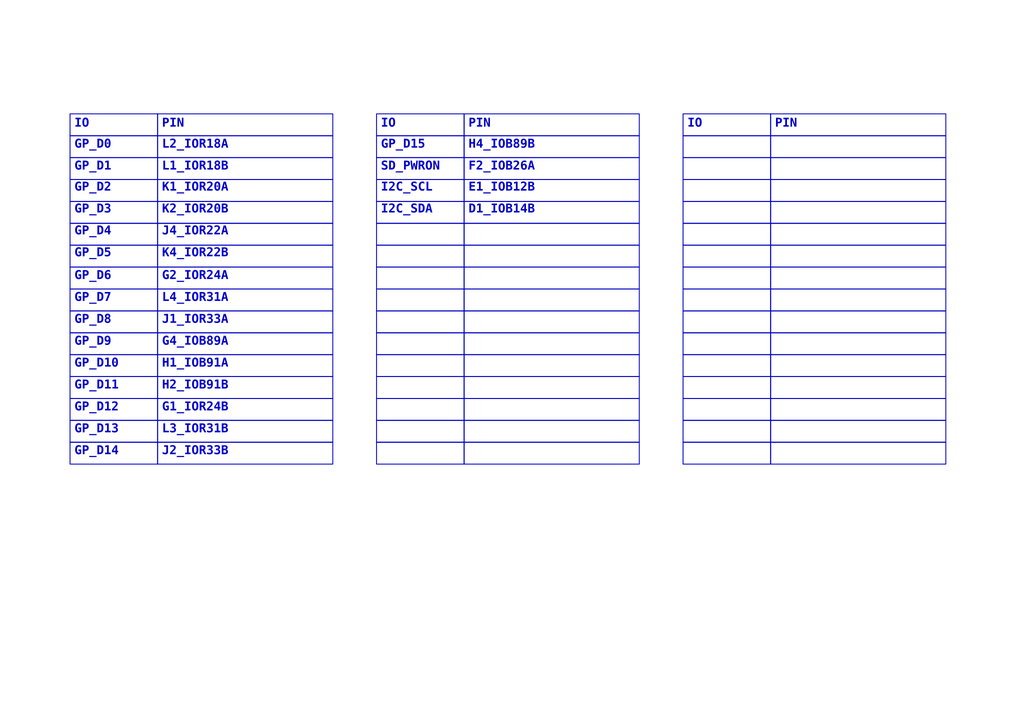
<source format=kicad_sch>
(kicad_sch
	(version 20250114)
	(generator "eeschema")
	(generator_version "9.0")
	(uuid "726e9e69-8303-4e09-9793-6179b04336f6")
	(paper "A4")
	(lib_symbols)
	(rectangle
		(start 223.52 102.87)
		(end 274.32 109.22)
		(stroke
			(width 0.254)
			(type default)
		)
		(fill
			(type none)
		)
		(uuid 012fb020-ee84-4cd7-8b87-d95aa4fe6a47)
	)
	(rectangle
		(start 223.52 121.92)
		(end 274.32 128.27)
		(stroke
			(width 0.254)
			(type default)
		)
		(fill
			(type none)
		)
		(uuid 0424107e-9188-4d11-9e7d-3f496b62a16e)
	)
	(rectangle
		(start 20.32 77.47)
		(end 45.72 83.82)
		(stroke
			(width 0.254)
			(type default)
		)
		(fill
			(type none)
		)
		(uuid 08a29c31-3bbb-489e-8697-2be7403f35e3)
	)
	(rectangle
		(start 223.52 128.27)
		(end 274.32 134.62)
		(stroke
			(width 0.254)
			(type default)
		)
		(fill
			(type none)
		)
		(uuid 0a1c73e0-7ae6-40f1-a6b6-f16cf12c3ad3)
	)
	(rectangle
		(start 109.22 52.07)
		(end 134.62 58.42)
		(stroke
			(width 0.254)
			(type default)
		)
		(fill
			(type none)
		)
		(uuid 0bc155e4-e17a-47f3-8fa5-ddc8bad00208)
	)
	(rectangle
		(start 134.62 128.27)
		(end 185.42 134.62)
		(stroke
			(width 0.254)
			(type default)
		)
		(fill
			(type none)
		)
		(uuid 0d57f41c-0e04-47e1-89f4-e65349c08b7c)
	)
	(rectangle
		(start 198.12 52.07)
		(end 223.52 58.42)
		(stroke
			(width 0.254)
			(type default)
		)
		(fill
			(type none)
		)
		(uuid 0db2ec97-ef92-4247-b779-4068ca2c3e25)
	)
	(rectangle
		(start 198.12 109.22)
		(end 223.52 115.57)
		(stroke
			(width 0.254)
			(type default)
		)
		(fill
			(type none)
		)
		(uuid 0dfe8352-3abf-4aed-8dc4-e5322554ca8b)
	)
	(rectangle
		(start 223.52 83.82)
		(end 274.32 90.17)
		(stroke
			(width 0.254)
			(type default)
		)
		(fill
			(type none)
		)
		(uuid 10e806c5-45aa-4e69-8754-155d8c118188)
	)
	(rectangle
		(start 223.52 39.37)
		(end 274.32 45.72)
		(stroke
			(width 0.254)
			(type default)
		)
		(fill
			(type none)
		)
		(uuid 1638b9cc-86ef-4d8b-ae33-cac378de8c50)
	)
	(rectangle
		(start 109.22 115.57)
		(end 134.62 121.92)
		(stroke
			(width 0.254)
			(type default)
		)
		(fill
			(type none)
		)
		(uuid 1a286945-c719-4313-b2da-5c83a1e064ec)
	)
	(rectangle
		(start 109.22 128.27)
		(end 134.62 134.62)
		(stroke
			(width 0.254)
			(type default)
		)
		(fill
			(type none)
		)
		(uuid 1d31f49e-c257-44f4-a399-f69411e64e15)
	)
	(rectangle
		(start 20.32 115.57)
		(end 45.72 121.92)
		(stroke
			(width 0.254)
			(type default)
		)
		(fill
			(type none)
		)
		(uuid 1f54b4b5-1272-4179-b354-777d8f54accf)
	)
	(rectangle
		(start 198.12 115.57)
		(end 223.52 121.92)
		(stroke
			(width 0.254)
			(type default)
		)
		(fill
			(type none)
		)
		(uuid 266c22f2-5e9f-4cd7-8bbc-b8a8d61c219b)
	)
	(rectangle
		(start 223.52 33.02)
		(end 274.32 39.37)
		(stroke
			(width 0.254)
			(type default)
		)
		(fill
			(type none)
		)
		(uuid 28ca3619-a4f2-4990-9b0d-f5abc701e932)
	)
	(rectangle
		(start 198.12 64.77)
		(end 223.52 71.12)
		(stroke
			(width 0.254)
			(type default)
		)
		(fill
			(type none)
		)
		(uuid 2ce4086a-5a13-465b-90cc-17d490e6b64b)
	)
	(rectangle
		(start 20.32 96.52)
		(end 45.72 102.87)
		(stroke
			(width 0.254)
			(type default)
		)
		(fill
			(type none)
		)
		(uuid 2d8d6298-577e-4cbb-9d93-3f9f0a7ace9e)
	)
	(rectangle
		(start 198.12 90.17)
		(end 223.52 96.52)
		(stroke
			(width 0.254)
			(type default)
		)
		(fill
			(type none)
		)
		(uuid 2edacd4c-b31b-4286-9ad8-e41c5af1e997)
	)
	(rectangle
		(start 20.32 45.72)
		(end 45.72 52.07)
		(stroke
			(width 0.254)
			(type default)
		)
		(fill
			(type none)
		)
		(uuid 31d45ca9-6516-4442-bc5a-c67e607bd18f)
	)
	(rectangle
		(start 223.52 96.52)
		(end 274.32 102.87)
		(stroke
			(width 0.254)
			(type default)
		)
		(fill
			(type none)
		)
		(uuid 357c2bac-9b3c-4700-902e-347016f28336)
	)
	(rectangle
		(start 109.22 64.77)
		(end 134.62 71.12)
		(stroke
			(width 0.254)
			(type default)
		)
		(fill
			(type none)
		)
		(uuid 3f2b7f9c-dcac-4c23-a843-ec40cfb5d0bd)
	)
	(rectangle
		(start 198.12 45.72)
		(end 223.52 52.07)
		(stroke
			(width 0.254)
			(type default)
		)
		(fill
			(type none)
		)
		(uuid 40c1111f-c682-45b1-a2ae-a14836d4a1fc)
	)
	(rectangle
		(start 134.62 83.82)
		(end 185.42 90.17)
		(stroke
			(width 0.254)
			(type default)
		)
		(fill
			(type none)
		)
		(uuid 418371d2-1cd0-4e8a-a344-1dc79c860d96)
	)
	(rectangle
		(start 109.22 45.72)
		(end 134.62 52.07)
		(stroke
			(width 0.254)
			(type default)
		)
		(fill
			(type none)
		)
		(uuid 437a46e3-d457-49e2-850c-9601a7f71518)
	)
	(rectangle
		(start 20.32 102.87)
		(end 45.72 109.22)
		(stroke
			(width 0.254)
			(type default)
		)
		(fill
			(type none)
		)
		(uuid 47cc7842-c06b-48dd-b72b-a626d477f9c6)
	)
	(rectangle
		(start 20.32 58.42)
		(end 45.72 64.77)
		(stroke
			(width 0.254)
			(type default)
		)
		(fill
			(type none)
		)
		(uuid 491180cf-9066-4aab-8ef2-153a734ddc60)
	)
	(rectangle
		(start 223.52 109.22)
		(end 274.32 115.57)
		(stroke
			(width 0.254)
			(type default)
		)
		(fill
			(type none)
		)
		(uuid 492ea8c9-4c83-4c98-8229-adae4dd92b9c)
	)
	(rectangle
		(start 45.72 64.77)
		(end 96.52 71.12)
		(stroke
			(width 0.254)
			(type default)
		)
		(fill
			(type none)
		)
		(uuid 4ecafdba-4726-43e3-894d-2bf7f5981927)
	)
	(rectangle
		(start 134.62 71.12)
		(end 185.42 77.47)
		(stroke
			(width 0.254)
			(type default)
		)
		(fill
			(type none)
		)
		(uuid 4f7245e1-a6bb-4cf0-9673-ffbf6c7acdc2)
	)
	(rectangle
		(start 223.52 115.57)
		(end 274.32 121.92)
		(stroke
			(width 0.254)
			(type default)
		)
		(fill
			(type none)
		)
		(uuid 51499f49-410a-4b87-96e0-fa43c0baf46c)
	)
	(rectangle
		(start 109.22 83.82)
		(end 134.62 90.17)
		(stroke
			(width 0.254)
			(type default)
		)
		(fill
			(type none)
		)
		(uuid 5980a141-c194-46f7-bbad-94e3f802bf0b)
	)
	(rectangle
		(start 134.62 115.57)
		(end 185.42 121.92)
		(stroke
			(width 0.254)
			(type default)
		)
		(fill
			(type none)
		)
		(uuid 5b33561d-bb76-4fcf-95f2-ea971b98bb96)
	)
	(rectangle
		(start 45.72 52.07)
		(end 96.52 58.42)
		(stroke
			(width 0.254)
			(type default)
		)
		(fill
			(type none)
		)
		(uuid 5cfc01ba-011f-41e5-bad7-dee5fed1786d)
	)
	(rectangle
		(start 134.62 39.37)
		(end 185.42 45.72)
		(stroke
			(width 0.254)
			(type default)
		)
		(fill
			(type none)
		)
		(uuid 6a0bd649-7511-4a80-bb45-898b90a7edc4)
	)
	(rectangle
		(start 223.52 71.12)
		(end 274.32 77.47)
		(stroke
			(width 0.254)
			(type default)
		)
		(fill
			(type none)
		)
		(uuid 6b13a2d1-553b-48ab-b504-d65cba9212e5)
	)
	(rectangle
		(start 134.62 52.07)
		(end 185.42 58.42)
		(stroke
			(width 0.254)
			(type default)
		)
		(fill
			(type none)
		)
		(uuid 6e4aa7ea-66d3-4de6-81d5-715277230713)
	)
	(rectangle
		(start 20.32 109.22)
		(end 45.72 115.57)
		(stroke
			(width 0.254)
			(type default)
		)
		(fill
			(type none)
		)
		(uuid 72ad7d9b-b10b-4fa5-b2b2-6860cc6739ff)
	)
	(rectangle
		(start 45.72 58.42)
		(end 96.52 64.77)
		(stroke
			(width 0.254)
			(type default)
		)
		(fill
			(type none)
		)
		(uuid 73d7d4f8-70f6-46b6-9a85-c36f42829a63)
	)
	(rectangle
		(start 134.62 58.42)
		(end 185.42 64.77)
		(stroke
			(width 0.254)
			(type default)
		)
		(fill
			(type none)
		)
		(uuid 7a4245f3-260c-4cab-8d0f-3761d7f9dc16)
	)
	(rectangle
		(start 20.32 64.77)
		(end 45.72 71.12)
		(stroke
			(width 0.254)
			(type default)
		)
		(fill
			(type none)
		)
		(uuid 7b5305ed-d0f8-48a0-a693-a46583f47704)
	)
	(rectangle
		(start 223.52 64.77)
		(end 274.32 71.12)
		(stroke
			(width 0.254)
			(type default)
		)
		(fill
			(type none)
		)
		(uuid 7c90f329-69cd-4db0-b1fc-72d4e94262fd)
	)
	(rectangle
		(start 109.22 109.22)
		(end 134.62 115.57)
		(stroke
			(width 0.254)
			(type default)
		)
		(fill
			(type none)
		)
		(uuid 80c819ab-8628-473d-b1cc-04d231f0c71b)
	)
	(rectangle
		(start 223.52 90.17)
		(end 274.32 96.52)
		(stroke
			(width 0.254)
			(type default)
		)
		(fill
			(type none)
		)
		(uuid 80cc902d-bc83-44bf-ba1e-8b2e6e9d3d84)
	)
	(rectangle
		(start 20.32 71.12)
		(end 45.72 77.47)
		(stroke
			(width 0.254)
			(type default)
		)
		(fill
			(type none)
		)
		(uuid 86f1358b-cf94-4916-adfe-e6b1d646cea8)
	)
	(rectangle
		(start 20.32 128.27)
		(end 45.72 134.62)
		(stroke
			(width 0.254)
			(type default)
		)
		(fill
			(type none)
		)
		(uuid 89f53f77-a7e7-4e49-b682-ce5e8e38d1db)
	)
	(rectangle
		(start 20.32 33.02)
		(end 45.72 39.37)
		(stroke
			(width 0.254)
			(type default)
		)
		(fill
			(type none)
		)
		(uuid 8a955181-13bf-4e6a-a907-17b2ad80f5e2)
	)
	(rectangle
		(start 198.12 71.12)
		(end 223.52 77.47)
		(stroke
			(width 0.254)
			(type default)
		)
		(fill
			(type none)
		)
		(uuid 94b5f1de-174f-49c9-b3bb-9d5c4949897e)
	)
	(rectangle
		(start 45.72 33.02)
		(end 96.52 39.37)
		(stroke
			(width 0.254)
			(type default)
		)
		(fill
			(type none)
		)
		(uuid 958fd669-6232-4cc9-9240-6b048f3d4ca0)
	)
	(rectangle
		(start 109.22 39.37)
		(end 134.62 45.72)
		(stroke
			(width 0.254)
			(type default)
		)
		(fill
			(type none)
		)
		(uuid 9724a54f-03fe-4b73-bfad-0cd61c5a6021)
	)
	(rectangle
		(start 198.12 102.87)
		(end 223.52 109.22)
		(stroke
			(width 0.254)
			(type default)
		)
		(fill
			(type none)
		)
		(uuid 97df4730-9dab-4010-9a3a-0a666ccaa3fe)
	)
	(rectangle
		(start 134.62 33.02)
		(end 185.42 39.37)
		(stroke
			(width 0.254)
			(type default)
		)
		(fill
			(type none)
		)
		(uuid 9bf173aa-9e9a-49f8-a5b2-c9ae21643348)
	)
	(rectangle
		(start 20.32 121.92)
		(end 45.72 128.27)
		(stroke
			(width 0.254)
			(type default)
		)
		(fill
			(type none)
		)
		(uuid 9cef45cb-c93e-4ac8-a633-84f6b4881d02)
	)
	(rectangle
		(start 134.62 102.87)
		(end 185.42 109.22)
		(stroke
			(width 0.254)
			(type default)
		)
		(fill
			(type none)
		)
		(uuid 9ed79d16-e3c5-46af-b0cc-b8364850d5fa)
	)
	(rectangle
		(start 20.32 52.07)
		(end 45.72 58.42)
		(stroke
			(width 0.254)
			(type default)
		)
		(fill
			(type none)
		)
		(uuid a1bcccc0-915c-43dc-a123-b8d0417ad81a)
	)
	(rectangle
		(start 20.32 83.82)
		(end 45.72 90.17)
		(stroke
			(width 0.254)
			(type default)
		)
		(fill
			(type none)
		)
		(uuid a30bba7f-7377-4614-a475-ad30ea2edf80)
	)
	(rectangle
		(start 45.72 96.52)
		(end 96.52 102.87)
		(stroke
			(width 0.254)
			(type default)
		)
		(fill
			(type none)
		)
		(uuid a6109cd6-4f73-4992-8860-354af3625298)
	)
	(rectangle
		(start 45.72 102.87)
		(end 96.52 109.22)
		(stroke
			(width 0.254)
			(type default)
		)
		(fill
			(type none)
		)
		(uuid a6c2911e-0267-4c02-a09a-af9be468b8cf)
	)
	(rectangle
		(start 109.22 96.52)
		(end 134.62 102.87)
		(stroke
			(width 0.254)
			(type default)
		)
		(fill
			(type none)
		)
		(uuid a7564b25-27cf-426c-9125-1453815b49f1)
	)
	(rectangle
		(start 223.52 77.47)
		(end 274.32 83.82)
		(stroke
			(width 0.254)
			(type default)
		)
		(fill
			(type none)
		)
		(uuid aacbc57b-8720-4a72-ba23-ac9476cac148)
	)
	(rectangle
		(start 198.12 128.27)
		(end 223.52 134.62)
		(stroke
			(width 0.254)
			(type default)
		)
		(fill
			(type none)
		)
		(uuid aef022b7-3feb-4876-8739-eda49900d355)
	)
	(rectangle
		(start 20.32 90.17)
		(end 45.72 96.52)
		(stroke
			(width 0.254)
			(type default)
		)
		(fill
			(type none)
		)
		(uuid b7a35a37-0069-42c0-b738-718064e01b36)
	)
	(rectangle
		(start 134.62 64.77)
		(end 185.42 71.12)
		(stroke
			(width 0.254)
			(type default)
		)
		(fill
			(type none)
		)
		(uuid b82b3a0d-ad51-4a24-80da-627cfd84f756)
	)
	(rectangle
		(start 134.62 109.22)
		(end 185.42 115.57)
		(stroke
			(width 0.254)
			(type default)
		)
		(fill
			(type none)
		)
		(uuid ba45efab-def9-49cb-80a0-480c68c29f0c)
	)
	(rectangle
		(start 45.72 71.12)
		(end 96.52 77.47)
		(stroke
			(width 0.254)
			(type default)
		)
		(fill
			(type none)
		)
		(uuid bc17a9ac-8896-4785-8771-b3305dd0d2e5)
	)
	(rectangle
		(start 45.72 39.37)
		(end 96.52 45.72)
		(stroke
			(width 0.254)
			(type default)
		)
		(fill
			(type none)
		)
		(uuid c0e3a346-e8a2-4e8a-ad06-bf758daa500e)
	)
	(rectangle
		(start 109.22 71.12)
		(end 134.62 77.47)
		(stroke
			(width 0.254)
			(type default)
		)
		(fill
			(type none)
		)
		(uuid c2a027ab-1417-4ba3-95e2-2832b4c479c2)
	)
	(rectangle
		(start 45.72 45.72)
		(end 96.52 52.07)
		(stroke
			(width 0.254)
			(type default)
		)
		(fill
			(type none)
		)
		(uuid c3b802b7-fda7-44b6-9f29-64f76abf4430)
	)
	(rectangle
		(start 198.12 96.52)
		(end 223.52 102.87)
		(stroke
			(width 0.254)
			(type default)
		)
		(fill
			(type none)
		)
		(uuid c5df6e90-b87a-48de-a6e9-e035b425f40b)
	)
	(rectangle
		(start 109.22 90.17)
		(end 134.62 96.52)
		(stroke
			(width 0.254)
			(type default)
		)
		(fill
			(type none)
		)
		(uuid c6357ece-0e8c-4c73-b71d-cb6b817096d6)
	)
	(rectangle
		(start 109.22 121.92)
		(end 134.62 128.27)
		(stroke
			(width 0.254)
			(type default)
		)
		(fill
			(type none)
		)
		(uuid c6775d96-d840-4d4f-9b43-a3f5722702e9)
	)
	(rectangle
		(start 20.32 39.37)
		(end 45.72 45.72)
		(stroke
			(width 0.254)
			(type default)
		)
		(fill
			(type none)
		)
		(uuid c74c4fb5-4326-45a0-9bce-4e9f94bee1b6)
	)
	(rectangle
		(start 134.62 77.47)
		(end 185.42 83.82)
		(stroke
			(width 0.254)
			(type default)
		)
		(fill
			(type none)
		)
		(uuid c938c33d-9b52-4f7d-ac94-803c02186563)
	)
	(rectangle
		(start 134.62 90.17)
		(end 185.42 96.52)
		(stroke
			(width 0.254)
			(type default)
		)
		(fill
			(type none)
		)
		(uuid cb445023-2190-4832-a4c3-38f737060b21)
	)
	(rectangle
		(start 198.12 77.47)
		(end 223.52 83.82)
		(stroke
			(width 0.254)
			(type default)
		)
		(fill
			(type none)
		)
		(uuid cbac0ca7-b1e8-411e-98f2-459b8bf95e04)
	)
	(rectangle
		(start 45.72 109.22)
		(end 96.52 115.57)
		(stroke
			(width 0.254)
			(type default)
		)
		(fill
			(type none)
		)
		(uuid cd39b9cb-f4af-462e-a7e8-86610f5d3e3e)
	)
	(rectangle
		(start 134.62 45.72)
		(end 185.42 52.07)
		(stroke
			(width 0.254)
			(type default)
		)
		(fill
			(type none)
		)
		(uuid cf1bd372-2d02-45ce-9b90-eaa195bd5125)
	)
	(rectangle
		(start 198.12 33.02)
		(end 223.52 39.37)
		(stroke
			(width 0.254)
			(type default)
		)
		(fill
			(type none)
		)
		(uuid cf7f97d9-eeaf-4a83-938e-9a693c65185d)
	)
	(rectangle
		(start 45.72 121.92)
		(end 96.52 128.27)
		(stroke
			(width 0.254)
			(type default)
		)
		(fill
			(type none)
		)
		(uuid d76087fb-5615-4552-8a9a-42035170759f)
	)
	(rectangle
		(start 198.12 121.92)
		(end 223.52 128.27)
		(stroke
			(width 0.254)
			(type default)
		)
		(fill
			(type none)
		)
		(uuid d79b377b-c4f2-4e52-aa4f-78dc59f7b834)
	)
	(rectangle
		(start 198.12 58.42)
		(end 223.52 64.77)
		(stroke
			(width 0.254)
			(type default)
		)
		(fill
			(type none)
		)
		(uuid d96ff28c-2828-4df4-ae7c-d04da56f6d9f)
	)
	(rectangle
		(start 109.22 77.47)
		(end 134.62 83.82)
		(stroke
			(width 0.254)
			(type default)
		)
		(fill
			(type none)
		)
		(uuid ddab6eff-190a-4575-b148-6af77fb859dd)
	)
	(rectangle
		(start 109.22 102.87)
		(end 134.62 109.22)
		(stroke
			(width 0.254)
			(type default)
		)
		(fill
			(type none)
		)
		(uuid dddb2692-6cad-43ef-a507-98da93954072)
	)
	(rectangle
		(start 45.72 115.57)
		(end 96.52 121.92)
		(stroke
			(width 0.254)
			(type default)
		)
		(fill
			(type none)
		)
		(uuid de4292f5-607e-49c1-8f96-1be95eecbbee)
	)
	(rectangle
		(start 134.62 96.52)
		(end 185.42 102.87)
		(stroke
			(width 0.254)
			(type default)
		)
		(fill
			(type none)
		)
		(uuid e2693ead-b3cb-43b1-8eef-40414d30d8a9)
	)
	(rectangle
		(start 198.12 83.82)
		(end 223.52 90.17)
		(stroke
			(width 0.254)
			(type default)
		)
		(fill
			(type none)
		)
		(uuid e76c0df9-eaff-448b-979f-c5201fd48a42)
	)
	(rectangle
		(start 45.72 77.47)
		(end 96.52 83.82)
		(stroke
			(width 0.254)
			(type default)
		)
		(fill
			(type none)
		)
		(uuid e8087059-8d15-4871-9b10-baa6351cd053)
	)
	(rectangle
		(start 223.52 58.42)
		(end 274.32 64.77)
		(stroke
			(width 0.254)
			(type default)
		)
		(fill
			(type none)
		)
		(uuid eb009961-df3d-40c8-95d4-ca856bf0a454)
	)
	(rectangle
		(start 134.62 121.92)
		(end 185.42 128.27)
		(stroke
			(width 0.254)
			(type default)
		)
		(fill
			(type none)
		)
		(uuid eea39f61-58ae-4b76-9722-767763e10a0c)
	)
	(rectangle
		(start 109.22 33.02)
		(end 134.62 39.37)
		(stroke
			(width 0.254)
			(type default)
		)
		(fill
			(type none)
		)
		(uuid efa1df8c-0a76-42b5-bff7-37ed280340c1)
	)
	(rectangle
		(start 45.72 90.17)
		(end 96.52 96.52)
		(stroke
			(width 0.254)
			(type default)
		)
		(fill
			(type none)
		)
		(uuid efd5f7b5-9879-4dea-9f2a-32254f27b272)
	)
	(rectangle
		(start 223.52 52.07)
		(end 274.32 58.42)
		(stroke
			(width 0.254)
			(type default)
		)
		(fill
			(type none)
		)
		(uuid f14abe9a-8ca5-4a41-97eb-39db3b662618)
	)
	(rectangle
		(start 198.12 39.37)
		(end 223.52 45.72)
		(stroke
			(width 0.254)
			(type default)
		)
		(fill
			(type none)
		)
		(uuid f2f17e45-70f5-4d59-90a3-e04361346d19)
	)
	(rectangle
		(start 223.52 45.72)
		(end 274.32 52.07)
		(stroke
			(width 0.254)
			(type default)
		)
		(fill
			(type none)
		)
		(uuid f3d75b55-784b-49ae-81bb-bb0503fd5856)
	)
	(rectangle
		(start 45.72 83.82)
		(end 96.52 90.17)
		(stroke
			(width 0.254)
			(type default)
		)
		(fill
			(type none)
		)
		(uuid f6175657-ac84-4824-bbbc-7d7bfcefdd9d)
	)
	(rectangle
		(start 45.72 128.27)
		(end 96.52 134.62)
		(stroke
			(width 0.254)
			(type default)
		)
		(fill
			(type none)
		)
		(uuid f696004b-9fe2-4073-b91e-cf123448bb9d)
	)
	(rectangle
		(start 109.22 58.42)
		(end 134.62 64.77)
		(stroke
			(width 0.254)
			(type default)
		)
		(fill
			(type none)
		)
		(uuid fbe6b0e3-594d-4407-8488-7727c92d1f2e)
	)
	(text "L4_IOR31A"
		(exclude_from_sim no)
		(at 46.99 87.122 0)
		(effects
			(font
				(face "Courier New")
				(size 2.54 2.54)
				(thickness 0.508)
				(bold yes)
			)
			(justify left)
		)
		(uuid "01068f36-3d28-469a-8287-d54beeec95dd")
	)
	(text "GP_D9"
		(exclude_from_sim no)
		(at 21.59 99.822 0)
		(effects
			(font
				(face "Courier New")
				(size 2.54 2.54)
				(thickness 0.508)
				(bold yes)
			)
			(justify left)
		)
		(uuid "07c3b0d0-a03a-4a29-b32f-6a9a40e06544")
	)
	(text "L3_IOR31B"
		(exclude_from_sim no)
		(at 46.99 125.222 0)
		(effects
			(font
				(face "Courier New")
				(size 2.54 2.54)
				(thickness 0.508)
				(bold yes)
			)
			(justify left)
		)
		(uuid "0b3f9d88-d7ab-451b-bd25-357adcc35e51")
	)
	(text "IO"
		(exclude_from_sim no)
		(at 110.49 36.576 0)
		(effects
			(font
				(face "Courier New")
				(size 2.54 2.54)
				(thickness 0.254)
				(bold yes)
			)
			(justify left)
		)
		(uuid "0c226fed-0bf8-4595-b046-974c8bdced43")
	)
	(text "I2C_SCL"
		(exclude_from_sim no)
		(at 110.49 55.118 0)
		(effects
			(font
				(face "Courier New")
				(size 2.54 2.54)
				(thickness 0.508)
				(bold yes)
			)
			(justify left)
		)
		(uuid "0d4ff696-4853-437b-9a60-2d01f41fe17f")
	)
	(text "H1_IOB91A"
		(exclude_from_sim no)
		(at 46.99 106.172 0)
		(effects
			(font
				(face "Courier New")
				(size 2.54 2.54)
				(thickness 0.508)
				(bold yes)
			)
			(justify left)
		)
		(uuid "14c00265-7937-44bd-a11d-718c43666ba0")
	)
	(text "GP_D1"
		(exclude_from_sim no)
		(at 21.59 49.022 0)
		(effects
			(font
				(face "Courier New")
				(size 2.54 2.54)
				(thickness 0.508)
				(bold yes)
			)
			(justify left)
		)
		(uuid "188afcf1-722c-4bb4-b381-bec81c0c1b24")
	)
	(text "PIN"
		(exclude_from_sim no)
		(at 224.79 36.576 0)
		(effects
			(font
				(face "Courier New")
				(size 2.54 2.54)
				(thickness 0.254)
				(bold yes)
			)
			(justify left)
		)
		(uuid "231de248-b9e9-4796-8bba-7ab1a12942dc")
	)
	(text "J2_IOR33B"
		(exclude_from_sim no)
		(at 46.99 131.572 0)
		(effects
			(font
				(face "Courier New")
				(size 2.54 2.54)
				(thickness 0.508)
				(bold yes)
			)
			(justify left)
		)
		(uuid "2c1bd6a1-ec27-4965-8775-fd2289a7e98a")
	)
	(text "GP_D0"
		(exclude_from_sim no)
		(at 21.59 42.672 0)
		(effects
			(font
				(face "Courier New")
				(size 2.54 2.54)
				(thickness 0.508)
				(bold yes)
			)
			(justify left)
		)
		(uuid "2c551036-e499-422f-b904-f7a6b68673d8")
	)
	(text "GP_D6"
		(exclude_from_sim no)
		(at 21.59 80.772 0)
		(effects
			(font
				(face "Courier New")
				(size 2.54 2.54)
				(thickness 0.508)
				(bold yes)
			)
			(justify left)
		)
		(uuid "2f89f701-a20e-4d48-a846-4339784b2c05")
	)
	(text "GP_D14"
		(exclude_from_sim no)
		(at 21.59 131.572 0)
		(effects
			(font
				(face "Courier New")
				(size 2.54 2.54)
				(thickness 0.508)
				(bold yes)
			)
			(justify left)
		)
		(uuid "34a4b930-cf87-4187-b6fb-18c22af8c370")
	)
	(text "G1_IOR24B"
		(exclude_from_sim no)
		(at 46.99 118.872 0)
		(effects
			(font
				(face "Courier New")
				(size 2.54 2.54)
				(thickness 0.508)
				(bold yes)
			)
			(justify left)
		)
		(uuid "43cb1dc9-5fb3-4a00-81c5-fd3d1c2f13f6")
	)
	(text "GP_D10"
		(exclude_from_sim no)
		(at 21.59 106.172 0)
		(effects
			(font
				(face "Courier New")
				(size 2.54 2.54)
				(thickness 0.508)
				(bold yes)
			)
			(justify left)
		)
		(uuid "473b334a-4d6d-424e-b022-e7e83d5954ea")
	)
	(text "SD_PWRON"
		(exclude_from_sim no)
		(at 110.49 49.022 0)
		(effects
			(font
				(face "Courier New")
				(size 2.54 2.54)
				(thickness 0.508)
				(bold yes)
			)
			(justify left)
		)
		(uuid "4dab2a27-632b-4e51-bf4b-a3629918b262")
	)
	(text "IO"
		(exclude_from_sim no)
		(at 21.59 36.576 0)
		(effects
			(font
				(face "Courier New")
				(size 2.54 2.54)
				(thickness 0.254)
				(bold yes)
			)
			(justify left)
		)
		(uuid "5320d513-28ab-463b-b1f2-163fc10e1041")
	)
	(text "GP_D4"
		(exclude_from_sim no)
		(at 21.59 67.818 0)
		(effects
			(font
				(face "Courier New")
				(size 2.54 2.54)
				(thickness 0.508)
				(bold yes)
			)
			(justify left)
		)
		(uuid "549e02ce-7c2f-42ab-ad11-2071b07bc607")
	)
	(text "J4_IOR22A"
		(exclude_from_sim no)
		(at 46.99 67.818 0)
		(effects
			(font
				(face "Courier New")
				(size 2.54 2.54)
				(thickness 0.508)
				(bold yes)
			)
			(justify left)
		)
		(uuid "6318a158-0d1a-4901-bc7b-f26aa30cb161")
	)
	(text "PIN"
		(exclude_from_sim no)
		(at 135.89 36.576 0)
		(effects
			(font
				(face "Courier New")
				(size 2.54 2.54)
				(thickness 0.254)
				(bold yes)
			)
			(justify left)
		)
		(uuid "70ebee13-d0a9-44bc-9270-6af544896a03")
	)
	(text "GP_D7"
		(exclude_from_sim no)
		(at 21.59 87.122 0)
		(effects
			(font
				(face "Courier New")
				(size 2.54 2.54)
				(thickness 0.508)
				(bold yes)
			)
			(justify left)
		)
		(uuid "7300fe5b-cad8-48ca-80bf-b9215d81e8e1")
	)
	(text "D1_IOB14B"
		(exclude_from_sim no)
		(at 135.89 61.468 0)
		(effects
			(font
				(face "Courier New")
				(size 2.54 2.54)
				(thickness 0.508)
				(bold yes)
			)
			(justify left)
		)
		(uuid "78e23e4b-0d82-42d0-81c1-f81a6fb9c385")
	)
	(text "GP_D3"
		(exclude_from_sim no)
		(at 21.59 61.468 0)
		(effects
			(font
				(face "Courier New")
				(size 2.54 2.54)
				(thickness 0.508)
				(bold yes)
			)
			(justify left)
		)
		(uuid "828391e4-d646-4e22-a778-b68c0cd03d7c")
	)
	(text "GP_D15"
		(exclude_from_sim no)
		(at 110.49 42.672 0)
		(effects
			(font
				(face "Courier New")
				(size 2.54 2.54)
				(thickness 0.508)
				(bold yes)
			)
			(justify left)
		)
		(uuid "84b84532-ae35-432a-8596-672a926f171c")
	)
	(text "GP_D8"
		(exclude_from_sim no)
		(at 21.59 93.472 0)
		(effects
			(font
				(face "Courier New")
				(size 2.54 2.54)
				(thickness 0.508)
				(bold yes)
			)
			(justify left)
		)
		(uuid "89b6f2c5-474c-4418-92ec-0f0932c352f2")
	)
	(text "L1_IOR18B"
		(exclude_from_sim no)
		(at 46.99 49.022 0)
		(effects
			(font
				(face "Courier New")
				(size 2.54 2.54)
				(thickness 0.508)
				(bold yes)
			)
			(justify left)
		)
		(uuid "8ccc2389-f27d-443c-b6b2-3ca5fbd4bc08")
	)
	(text "GP_D12"
		(exclude_from_sim no)
		(at 21.59 118.872 0)
		(effects
			(font
				(face "Courier New")
				(size 2.54 2.54)
				(thickness 0.508)
				(bold yes)
			)
			(justify left)
		)
		(uuid "8de69335-5bcc-4eeb-98ab-7b776651b073")
	)
	(text "PIN"
		(exclude_from_sim no)
		(at 46.99 36.576 0)
		(effects
			(font
				(face "Courier New")
				(size 2.54 2.54)
				(thickness 0.254)
				(bold yes)
			)
			(justify left)
		)
		(uuid "8e184560-bd69-4939-a227-9332d8aabb94")
	)
	(text "K2_IOR20B"
		(exclude_from_sim no)
		(at 46.99 61.468 0)
		(effects
			(font
				(face "Courier New")
				(size 2.54 2.54)
				(thickness 0.508)
				(bold yes)
			)
			(justify left)
		)
		(uuid "8f119bb8-5677-4ce3-b189-6568438832ba")
	)
	(text "GP_D2"
		(exclude_from_sim no)
		(at 21.59 55.118 0)
		(effects
			(font
				(face "Courier New")
				(size 2.54 2.54)
				(thickness 0.508)
				(bold yes)
			)
			(justify left)
		)
		(uuid "93df7b56-0e4a-44b2-bb4f-826346d64167")
	)
	(text "IO"
		(exclude_from_sim no)
		(at 199.39 36.576 0)
		(effects
			(font
				(face "Courier New")
				(size 2.54 2.54)
				(thickness 0.254)
				(bold yes)
			)
			(justify left)
		)
		(uuid "9c5d355f-a47f-4624-99c4-2c64ecaa573a")
	)
	(text "K1_IOR20A"
		(exclude_from_sim no)
		(at 46.99 55.118 0)
		(effects
			(font
				(face "Courier New")
				(size 2.54 2.54)
				(thickness 0.508)
				(bold yes)
			)
			(justify left)
		)
		(uuid "9ed7ef77-1ca4-490f-8822-a8d3b08741cc")
	)
	(text "H4_IOB89B"
		(exclude_from_sim no)
		(at 135.89 42.672 0)
		(effects
			(font
				(face "Courier New")
				(size 2.54 2.54)
				(thickness 0.508)
				(bold yes)
			)
			(justify left)
		)
		(uuid "9fb2b4b4-74db-4e98-812b-2cde99d53c7f")
	)
	(text "G4_IOB89A"
		(exclude_from_sim no)
		(at 46.99 99.822 0)
		(effects
			(font
				(face "Courier New")
				(size 2.54 2.54)
				(thickness 0.508)
				(bold yes)
			)
			(justify left)
		)
		(uuid "a3a2b178-ef6e-4c8f-8c28-6dac5aaabcc8")
	)
	(text "G2_IOR24A"
		(exclude_from_sim no)
		(at 46.99 80.772 0)
		(effects
			(font
				(face "Courier New")
				(size 2.54 2.54)
				(thickness 0.508)
				(bold yes)
			)
			(justify left)
		)
		(uuid "a8243a27-2cae-4929-a981-037044b01728")
	)
	(text "J1_IOR33A"
		(exclude_from_sim no)
		(at 46.99 93.472 0)
		(effects
			(font
				(face "Courier New")
				(size 2.54 2.54)
				(thickness 0.508)
				(bold yes)
			)
			(justify left)
		)
		(uuid "b08f6235-f43e-49ad-b430-5690aa4bafeb")
	)
	(text "H2_IOB91B"
		(exclude_from_sim no)
		(at 46.99 112.522 0)
		(effects
			(font
				(face "Courier New")
				(size 2.54 2.54)
				(thickness 0.508)
				(bold yes)
			)
			(justify left)
		)
		(uuid "b56451e6-45f0-47de-95c3-6818e259349c")
	)
	(text "I2C_SDA"
		(exclude_from_sim no)
		(at 110.49 61.468 0)
		(effects
			(font
				(face "Courier New")
				(size 2.54 2.54)
				(thickness 0.508)
				(bold yes)
			)
			(justify left)
		)
		(uuid "bca9aa51-9cea-4d7c-a607-ce6a0b443eb9")
	)
	(text "GP_D5"
		(exclude_from_sim no)
		(at 21.59 74.168 0)
		(effects
			(font
				(face "Courier New")
				(size 2.54 2.54)
				(thickness 0.508)
				(bold yes)
			)
			(justify left)
		)
		(uuid "c352cce9-e34a-4de2-9e9b-7f70bb6cbc31")
	)
	(text "F2_IOB26A"
		(exclude_from_sim no)
		(at 135.89 49.022 0)
		(effects
			(font
				(face "Courier New")
				(size 2.54 2.54)
				(thickness 0.508)
				(bold yes)
			)
			(justify left)
		)
		(uuid "cbc71910-063b-4752-98d3-4725148e021e")
	)
	(text "GP_D13"
		(exclude_from_sim no)
		(at 21.59 125.222 0)
		(effects
			(font
				(face "Courier New")
				(size 2.54 2.54)
				(thickness 0.508)
				(bold yes)
			)
			(justify left)
		)
		(uuid "d088eb40-8472-44c2-ac56-f077009c2c76")
	)
	(text "E1_IOB12B"
		(exclude_from_sim no)
		(at 135.89 55.118 0)
		(effects
			(font
				(face "Courier New")
				(size 2.54 2.54)
				(thickness 0.508)
				(bold yes)
			)
			(justify left)
		)
		(uuid "da21526c-3604-46f1-84d3-b15afd3ccec9")
	)
	(text "K4_IOR22B"
		(exclude_from_sim no)
		(at 46.99 74.168 0)
		(effects
			(font
				(face "Courier New")
				(size 2.54 2.54)
				(thickness 0.508)
				(bold yes)
			)
			(justify left)
		)
		(uuid "e1ea78bf-e84b-4f9b-b9a2-50c235dfbf48")
	)
	(text "GP_D11"
		(exclude_from_sim no)
		(at 21.59 112.522 0)
		(effects
			(font
				(face "Courier New")
				(size 2.54 2.54)
				(thickness 0.508)
				(bold yes)
			)
			(justify left)
		)
		(uuid "ec059d7f-a2b9-4c5c-b118-0b04af36c2bf")
	)
	(text "L2_IOR18A"
		(exclude_from_sim no)
		(at 46.99 42.672 0)
		(effects
			(font
				(face "Courier New")
				(size 2.54 2.54)
				(thickness 0.508)
				(bold yes)
			)
			(justify left)
		)
		(uuid "efb03125-2b97-492b-98a8-04788c0f4520")
	)
)

</source>
